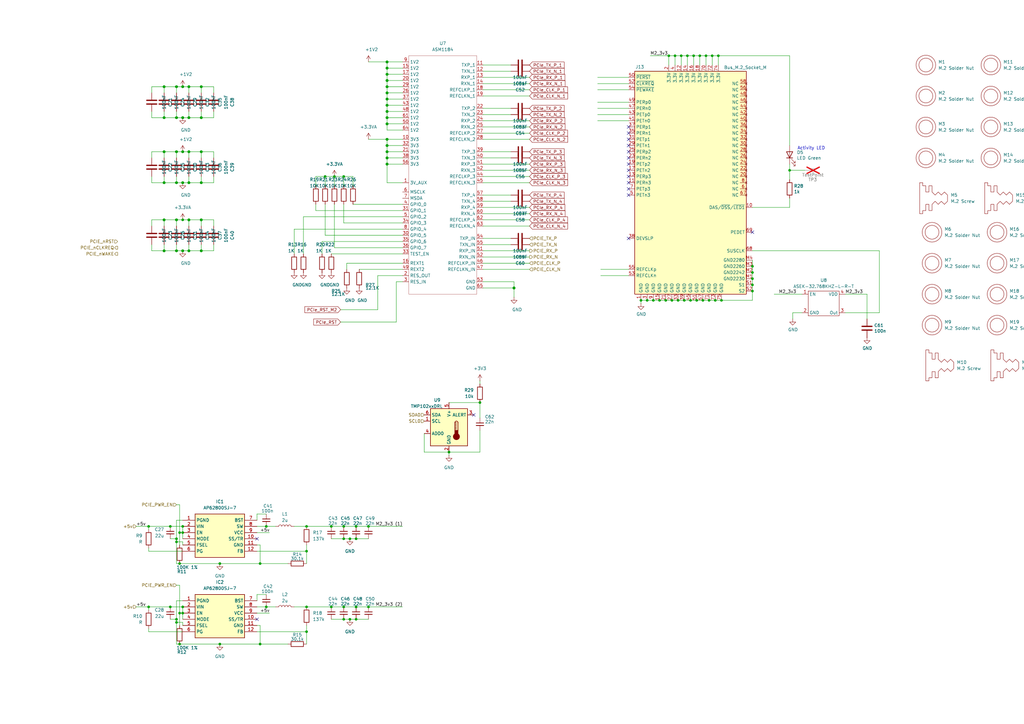
<source format=kicad_sch>
(kicad_sch (version 20250114) (generator "eeschema") (generator_version "9.0")
  (paper "A3")
  (text "Activity LED" (at 327.025 61.595 0) (effects (font (size 1.27 1.27)) (justify left bottom)))
  (junction (at 67.31 48.26) (diameter 1.016))
  (junction (at 82.55 62.23) (diameter 1.016))
  (junction (at 158.75 50.8) (diameter 1.016))
  (junction (at 279.4 22.86))
  (junction (at 196.85 165.1))
  (junction (at 308.61 114.3))
  (junction (at 283.21 123.19))
  (junction (at 158.75 43.18) (diameter 1.016))
  (junction (at 77.47 102.87) (diameter 1.016))
  (junction (at 72.39 62.23) (diameter 1.016))
  (junction (at 280.67 123.19))
  (junction (at 210.82 118.11) (diameter 1.016))
  (junction (at 143.51 220.98))
  (junction (at 289.56 22.86))
  (junction (at 292.1 22.86))
  (junction (at 308.61 109.22))
  (junction (at 323.85 69.85))
  (junction (at 294.64 22.86))
  (junction (at 158.75 25.4) (diameter 1.016))
  (junction (at 109.22 215.9))
  (junction (at 276.86 22.86))
  (junction (at 158.75 59.69) (diameter 1.016))
  (junction (at 74.93 62.23) (diameter 1.016))
  (junction (at 281.94 22.86))
  (junction (at 60.96 248.92))
  (junction (at 67.31 90.17) (diameter 1.016))
  (junction (at 140.97 248.92))
  (junction (at 77.47 74.93) (diameter 1.016))
  (junction (at 72.39 74.93) (diameter 1.016))
  (junction (at 146.05 215.9))
  (junction (at 77.47 35.56) (diameter 1.016))
  (junction (at 72.39 255.27))
  (junction (at 308.61 119.38))
  (junction (at 60.96 215.9))
  (junction (at 77.47 90.17) (diameter 1.016))
  (junction (at 73.66 264.16))
  (junction (at 125.73 215.9))
  (junction (at 308.61 111.76))
  (junction (at 151.13 248.92))
  (junction (at 74.93 215.9))
  (junction (at 82.55 90.17) (diameter 1.016))
  (junction (at 74.93 90.17))
  (junction (at 158.75 62.23) (diameter 1.016))
  (junction (at 69.85 248.92))
  (junction (at 72.39 48.26) (diameter 1.016))
  (junction (at 158.75 30.48) (diameter 1.016))
  (junction (at 67.31 35.56) (diameter 1.016))
  (junction (at 73.66 231.14))
  (junction (at 109.22 248.92))
  (junction (at 72.39 90.17) (diameter 1.016))
  (junction (at 140.97 215.9))
  (junction (at 274.32 22.86))
  (junction (at 146.05 254))
  (junction (at 151.13 215.9))
  (junction (at 158.75 64.77) (diameter 1.016))
  (junction (at 67.31 62.23) (diameter 1.016))
  (junction (at 135.89 215.9))
  (junction (at 158.75 45.72) (diameter 1.016))
  (junction (at 74.93 35.56) (diameter 1.016))
  (junction (at 72.39 35.56) (diameter 1.016))
  (junction (at 74.93 48.26) (diameter 1.016))
  (junction (at 284.48 22.86))
  (junction (at 125.73 226.06))
  (junction (at 146.05 248.92))
  (junction (at 82.55 102.87) (diameter 1.016))
  (junction (at 158.75 67.31) (diameter 1.016))
  (junction (at 288.29 123.19))
  (junction (at 267.97 123.19))
  (junction (at 90.17 264.16))
  (junction (at 90.17 231.14))
  (junction (at 158.75 27.94) (diameter 1.016))
  (junction (at 285.75 123.19))
  (junction (at 72.39 102.87) (diameter 1.016))
  (junction (at 133.35 72.39))
  (junction (at 140.97 72.39))
  (junction (at 72.39 222.25))
  (junction (at 125.73 259.08))
  (junction (at 73.66 251.46))
  (junction (at 293.37 123.19))
  (junction (at 295.91 123.19))
  (junction (at 106.68 264.16))
  (junction (at 74.93 74.93) (diameter 1.016))
  (junction (at 287.02 22.86))
  (junction (at 125.73 248.92))
  (junction (at 74.93 248.92))
  (junction (at 82.55 74.93) (diameter 1.016))
  (junction (at 270.51 123.19))
  (junction (at 67.31 74.93) (diameter 1.016))
  (junction (at 158.75 57.15) (diameter 1.016))
  (junction (at 158.75 33.02) (diameter 1.016))
  (junction (at 137.16 72.39))
  (junction (at 82.55 48.26) (diameter 1.016))
  (junction (at 77.47 62.23) (diameter 1.016))
  (junction (at 158.75 38.1) (diameter 1.016))
  (junction (at 140.97 220.98))
  (junction (at 106.68 231.14))
  (junction (at 140.97 254))
  (junction (at 308.61 116.84))
  (junction (at 69.85 215.9))
  (junction (at 275.59 123.19))
  (junction (at 158.75 40.64) (diameter 1.016))
  (junction (at 135.89 248.92))
  (junction (at 273.05 123.19))
  (junction (at 143.51 254))
  (junction (at 290.83 123.19))
  (junction (at 73.66 218.44))
  (junction (at 74.93 218.44))
  (junction (at 72.39 254))
  (junction (at 265.43 123.19))
  (junction (at 72.39 220.98))
  (junction (at 158.75 35.56) (diameter 1.016))
  (junction (at 262.89 123.19))
  (junction (at 77.47 48.26) (diameter 1.016))
  (junction (at 146.05 220.98))
  (junction (at 67.31 102.87) (diameter 1.016))
  (junction (at 82.55 35.56) (diameter 1.016))
  (junction (at 158.75 48.26) (diameter 1.016))
  (junction (at 74.93 251.46))
  (junction (at 74.93 102.87) (diameter 1.016))
  (junction (at 184.15 185.42))
  (junction (at 278.13 123.19))
  (no_connect (at 194.31 170.18))
  (no_connect (at 257.81 72.39))
  (no_connect (at 257.81 64.77))
  (no_connect (at 257.81 57.15))
  (no_connect (at 308.61 95.25))
  (no_connect (at 257.81 54.61))
  (no_connect (at 257.81 80.01))
  (no_connect (at 257.81 97.79))
  (no_connect (at 257.81 52.07))
  (no_connect (at 105.41 220.98))
  (no_connect (at 257.81 62.23))
  (no_connect (at 257.81 67.31))
  (no_connect (at 105.41 254))
  (no_connect (at 257.81 77.47))
  (no_connect (at 257.81 74.93))
  (no_connect (at 257.81 69.85))
  (no_connect (at 257.81 59.69))
  (wire (pts (xy 158.75 59.69) (xy 158.75 57.15)))
  (wire (pts (xy 140.97 215.9) (xy 146.05 215.9)))
  (wire (pts (xy 198.12 69.85) (xy 217.17 69.85)))
  (wire (pts (xy 154.94 113.03) (xy 154.94 127)))
  (wire (pts (xy 62.23 72.39) (xy 62.23 74.93)))
  (wire (pts (xy 67.31 102.87) (xy 72.39 102.87)))
  (wire (pts (xy 125.73 259.08) (xy 125.73 264.16)))
  (wire (pts (xy 133.35 96.52) (xy 133.35 83.82)))
  (wire (pts (xy 308.61 116.84) (xy 308.61 119.38)))
  (wire (pts (xy 87.63 102.87) (xy 87.63 100.33)))
  (wire (pts (xy 144.78 83.82) (xy 165.1 83.82)))
  (wire (pts (xy 135.89 254) (xy 140.97 254)))
  (wire (pts (xy 87.63 62.23) (xy 87.63 64.77)))
  (wire (pts (xy 140.97 254) (xy 143.51 254)))
  (wire (pts (xy 106.68 264.16) (xy 106.68 256.54)))
  (wire (pts (xy 82.55 35.56) (xy 82.55 38.1)))
  (wire (pts (xy 165.1 115.57) (xy 162.56 115.57)))
  (wire (pts (xy 165.1 96.52) (xy 133.35 96.52)))
  (wire (pts (xy 67.31 72.39) (xy 67.31 74.93)))
  (wire (pts (xy 62.23 64.77) (xy 62.23 62.23)))
  (wire (pts (xy 144.78 72.39) (xy 140.97 72.39)))
  (wire (pts (xy 165.1 101.6) (xy 137.16 101.6)))
  (wire (pts (xy 292.1 22.86) (xy 292.1 26.67)))
  (wire (pts (xy 60.96 259.08) (xy 74.93 259.08)))
  (wire (pts (xy 245.11 44.45) (xy 257.81 44.45)))
  (wire (pts (xy 62.23 100.33) (xy 62.23 102.87)))
  (wire (pts (xy 308.61 119.38) (xy 308.61 123.19)))
  (wire (pts (xy 262.89 123.19) (xy 262.89 124.46)))
  (wire (pts (xy 308.61 111.76) (xy 308.61 114.3)))
  (wire (pts (xy 196.85 171.45) (xy 196.85 165.1)))
  (wire (pts (xy 129.54 86.36) (xy 129.54 83.82)))
  (wire (pts (xy 276.86 22.86) (xy 276.86 26.67)))
  (wire (pts (xy 87.63 48.26) (xy 87.63 45.72)))
  (wire (pts (xy 105.41 259.08) (xy 125.73 259.08)))
  (wire (pts (xy 125.73 256.54) (xy 125.73 259.08)))
  (wire (pts (xy 74.93 218.44) (xy 74.93 220.98)))
  (wire (pts (xy 184.15 165.1) (xy 196.85 165.1)))
  (wire (pts (xy 74.93 213.36) (xy 72.39 213.36)))
  (wire (pts (xy 105.41 251.46) (xy 110.49 251.46)))
  (wire (pts (xy 158.75 67.31) (xy 165.1 67.31)))
  (wire (pts (xy 60.96 248.92) (xy 69.85 248.92)))
  (wire (pts (xy 77.47 74.93) (xy 82.55 74.93)))
  (wire (pts (xy 69.85 254) (xy 72.39 254)))
  (wire (pts (xy 135.89 220.98) (xy 140.97 220.98)))
  (wire (pts (xy 198.12 67.31) (xy 217.17 67.31)))
  (wire (pts (xy 146.05 220.98) (xy 151.13 220.98)))
  (wire (pts (xy 72.39 213.36) (xy 72.39 220.98)))
  (wire (pts (xy 360.68 128.27) (xy 346.71 128.27)))
  (wire (pts (xy 62.23 90.17) (xy 67.31 90.17)))
  (wire (pts (xy 125.73 223.52) (xy 125.73 226.06)))
  (wire (pts (xy 77.47 35.56) (xy 77.47 38.1)))
  (wire (pts (xy 294.64 22.86) (xy 294.64 26.67)))
  (wire (pts (xy 281.94 22.86) (xy 281.94 26.67)))
  (wire (pts (xy 198.12 39.37) (xy 217.17 39.37)))
  (wire (pts (xy 72.39 45.72) (xy 72.39 48.26)))
  (wire (pts (xy 158.75 40.64) (xy 165.1 40.64)))
  (wire (pts (xy 287.02 22.86) (xy 289.56 22.86)))
  (wire (pts (xy 210.82 115.57) (xy 210.82 118.11)))
  (wire (pts (xy 198.12 54.61) (xy 217.17 54.61)))
  (wire (pts (xy 82.55 102.87) (xy 87.63 102.87)))
  (wire (pts (xy 77.47 48.26) (xy 82.55 48.26)))
  (wire (pts (xy 355.6 120.65) (xy 346.71 120.65)))
  (wire (pts (xy 142.24 107.95) (xy 142.24 110.49)))
  (wire (pts (xy 67.31 100.33) (xy 67.31 102.87)))
  (wire (pts (xy 74.93 62.23) (xy 77.47 62.23)))
  (wire (pts (xy 62.23 102.87) (xy 67.31 102.87)))
  (wire (pts (xy 67.31 62.23) (xy 72.39 62.23)))
  (wire (pts (xy 257.81 41.91) (xy 245.11 41.91)))
  (wire (pts (xy 62.23 35.56) (xy 67.31 35.56)))
  (wire (pts (xy 55.88 248.92) (xy 60.96 248.92)))
  (wire (pts (xy 129.54 76.2) (xy 129.54 72.39)))
  (wire (pts (xy 158.75 57.15) (xy 151.13 57.15)))
  (wire (pts (xy 140.97 72.39) (xy 140.97 76.2)))
  (wire (pts (xy 246.38 113.03) (xy 257.81 113.03)))
  (wire (pts (xy 82.55 74.93) (xy 87.63 74.93)))
  (wire (pts (xy 294.64 22.86) (xy 323.85 22.86)))
  (wire (pts (xy 198.12 44.45) (xy 209.55 44.45)))
  (wire (pts (xy 72.39 255.27) (xy 72.39 264.16)))
  (wire (pts (xy 105.41 218.44) (xy 110.49 218.44)))
  (wire (pts (xy 281.94 22.86) (xy 284.48 22.86)))
  (wire (pts (xy 67.31 45.72) (xy 67.31 48.26)))
  (wire (pts (xy 140.97 220.98) (xy 143.51 220.98)))
  (wire (pts (xy 158.75 43.18) (xy 165.1 43.18)))
  (wire (pts (xy 77.47 90.17) (xy 77.47 92.71)))
  (wire (pts (xy 165.1 50.8) (xy 158.75 50.8)))
  (wire (pts (xy 262.89 123.19) (xy 265.43 123.19)))
  (wire (pts (xy 143.51 254) (xy 146.05 254)))
  (wire (pts (xy 105.41 248.92) (xy 109.22 248.92)))
  (wire (pts (xy 165.1 99.06) (xy 132.08 99.06)))
  (wire (pts (xy 158.75 64.77) (xy 158.75 62.23)))
  (wire (pts (xy 198.12 80.01) (xy 209.55 80.01)))
  (wire (pts (xy 143.51 220.98) (xy 146.05 220.98)))
  (wire (pts (xy 308.61 102.87) (xy 360.68 102.87)))
  (wire (pts (xy 72.39 35.56) (xy 74.93 35.56)))
  (wire (pts (xy 73.66 218.44) (xy 74.93 218.44)))
  (wire (pts (xy 72.39 72.39) (xy 72.39 74.93)))
  (wire (pts (xy 165.1 113.03) (xy 154.94 113.03)))
  (wire (pts (xy 77.47 62.23) (xy 82.55 62.23)))
  (wire (pts (xy 125.73 248.92) (xy 135.89 248.92)))
  (wire (pts (xy 308.61 106.68) (xy 308.61 109.22)))
  (wire (pts (xy 289.56 22.86) (xy 292.1 22.86)))
  (wire (pts (xy 290.83 123.19) (xy 288.29 123.19)))
  (wire (pts (xy 198.12 110.49) (xy 217.17 110.49)))
  (wire (pts (xy 198.12 102.87) (xy 217.17 102.87)))
  (wire (pts (xy 82.55 48.26) (xy 87.63 48.26)))
  (wire (pts (xy 73.66 231.14) (xy 90.17 231.14)))
  (wire (pts (xy 77.47 72.39) (xy 77.47 74.93)))
  (wire (pts (xy 158.75 38.1) (xy 158.75 35.56)))
  (wire (pts (xy 105.41 246.38) (xy 105.41 243.84)))
  (wire (pts (xy 198.12 97.79) (xy 209.55 97.79)))
  (wire (pts (xy 60.96 226.06) (xy 74.93 226.06)))
  (wire (pts (xy 308.61 114.3) (xy 308.61 116.84)))
  (wire (pts (xy 245.11 31.75) (xy 257.81 31.75)))
  (wire (pts (xy 158.75 30.48) (xy 165.1 30.48)))
  (wire (pts (xy 135.89 215.9) (xy 140.97 215.9)))
  (wire (pts (xy 165.1 86.36) (xy 129.54 86.36)))
  (wire (pts (xy 82.55 45.72) (xy 82.55 48.26)))
  (wire (pts (xy 325.12 130.81) (xy 325.12 128.27)))
  (wire (pts (xy 74.93 74.93) (xy 77.47 74.93)))
  (wire (pts (xy 198.12 62.23) (xy 209.55 62.23)))
  (wire (pts (xy 198.12 87.63) (xy 217.17 87.63)))
  (wire (pts (xy 198.12 34.29) (xy 217.17 34.29)))
  (wire (pts (xy 105.41 215.9) (xy 109.22 215.9)))
  (wire (pts (xy 82.55 72.39) (xy 82.55 74.93)))
  (wire (pts (xy 158.75 35.56) (xy 158.75 33.02)))
  (wire (pts (xy 288.29 123.19) (xy 285.75 123.19)))
  (wire (pts (xy 293.37 123.19) (xy 290.83 123.19)))
  (wire (pts (xy 198.12 100.33) (xy 209.55 100.33)))
  (wire (pts (xy 142.24 107.95) (xy 165.1 107.95)))
  (wire (pts (xy 55.88 215.9) (xy 60.96 215.9)))
  (wire (pts (xy 284.48 22.86) (xy 284.48 26.67)))
  (wire (pts (xy 196.85 176.53) (xy 196.85 185.42)))
  (wire (pts (xy 62.23 38.1) (xy 62.23 35.56)))
  (wire (pts (xy 135.89 248.92) (xy 140.97 248.92)))
  (wire (pts (xy 74.93 90.17) (xy 77.47 90.17)))
  (wire (pts (xy 308.61 85.09) (xy 323.85 85.09)))
  (wire (pts (xy 120.65 215.9) (xy 125.73 215.9)))
  (wire (pts (xy 67.31 62.23) (xy 67.31 64.77)))
  (wire (pts (xy 124.46 88.9) (xy 124.46 104.14)))
  (wire (pts (xy 60.96 215.9) (xy 69.85 215.9)))
  (wire (pts (xy 74.93 251.46) (xy 74.93 254)))
  (wire (pts (xy 158.75 64.77) (xy 165.1 64.77)))
  (wire (pts (xy 323.85 69.85) (xy 323.85 67.31)))
  (wire (pts (xy 62.23 74.93) (xy 67.31 74.93)))
  (wire (pts (xy 198.12 115.57) (xy 210.82 115.57)))
  (wire (pts (xy 74.93 248.92) (xy 74.93 251.46)))
  (wire (pts (xy 87.63 35.56) (xy 87.63 38.1)))
  (wire (pts (xy 165.1 53.34) (xy 158.75 53.34)))
  (wire (pts (xy 60.96 250.19) (xy 60.96 248.92)))
  (wire (pts (xy 210.82 118.11) (xy 210.82 121.92)))
  (wire (pts (xy 289.56 22.86) (xy 289.56 26.67)))
  (wire (pts (xy 196.85 156.21) (xy 196.85 157.48)))
  (wire (pts (xy 106.68 231.14) (xy 106.68 223.52)))
  (wire (pts (xy 62.23 62.23) (xy 67.31 62.23)))
  (wire (pts (xy 82.55 100.33) (xy 82.55 102.87)))
  (wire (pts (xy 274.32 22.86) (xy 274.32 26.67)))
  (wire (pts (xy 267.97 123.19) (xy 270.51 123.19)))
  (wire (pts (xy 90.17 231.14) (xy 106.68 231.14)))
  (wire (pts (xy 109.22 215.9) (xy 113.03 215.9)))
  (wire (pts (xy 82.55 90.17) (xy 87.63 90.17)))
  (wire (pts (xy 198.12 74.93) (xy 217.17 74.93)))
  (wire (pts (xy 73.66 251.46) (xy 74.93 251.46)))
  (wire (pts (xy 72.39 220.98) (xy 72.39 222.25)))
  (wire (pts (xy 158.75 48.26) (xy 158.75 45.72)))
  (wire (pts (xy 184.15 186.69) (xy 184.15 185.42)))
  (wire (pts (xy 198.12 118.11) (xy 210.82 118.11)))
  (wire (pts (xy 284.48 22.86) (xy 287.02 22.86)))
  (wire (pts (xy 137.16 72.39) (xy 137.16 76.2)))
  (wire (pts (xy 77.47 100.33) (xy 77.47 102.87)))
  (wire (pts (xy 77.47 62.23) (xy 77.47 64.77)))
  (wire (pts (xy 278.13 123.19) (xy 280.67 123.19)))
  (wire (pts (xy 158.75 33.02) (xy 158.75 30.48)))
  (wire (pts (xy 158.75 35.56) (xy 165.1 35.56)))
  (wire (pts (xy 67.31 48.26) (xy 72.39 48.26)))
  (wire (pts (xy 198.12 105.41) (xy 217.17 105.41)))
  (wire (pts (xy 140.97 91.44) (xy 140.97 83.82)))
  (wire (pts (xy 60.96 217.17) (xy 60.96 215.9)))
  (wire (pts (xy 140.97 72.39) (xy 137.16 72.39)))
  (wire (pts (xy 292.1 22.86) (xy 294.64 22.86)))
  (wire (pts (xy 74.93 48.26) (xy 77.47 48.26)))
  (wire (pts (xy 165.1 93.98) (xy 120.65 93.98)))
  (wire (pts (xy 245.11 34.29) (xy 257.81 34.29)))
  (wire (pts (xy 73.66 218.44) (xy 73.66 207.01)))
  (wire (pts (xy 82.55 90.17) (xy 82.55 92.71)))
  (wire (pts (xy 74.93 102.87) (xy 77.47 102.87)))
  (wire (pts (xy 82.55 62.23) (xy 87.63 62.23)))
  (wire (pts (xy 158.75 33.02) (xy 165.1 33.02)))
  (wire (pts (xy 274.32 22.86) (xy 276.86 22.86)))
  (wire (pts (xy 325.12 128.27) (xy 328.93 128.27)))
  (wire (pts (xy 158.75 40.64) (xy 158.75 38.1)))
  (wire (pts (xy 245.11 36.83) (xy 257.81 36.83)))
  (wire (pts (xy 72.39 254) (xy 72.39 255.27)))
  (wire (pts (xy 120.65 93.98) (xy 120.65 104.14)))
  (wire (pts (xy 72.39 100.33) (xy 72.39 102.87)))
  (wire (pts (xy 72.39 48.26) (xy 74.93 48.26)))
  (wire (pts (xy 106.68 223.52) (xy 105.41 223.52)))
  (wire (pts (xy 158.75 27.94) (xy 165.1 27.94)))
  (wire (pts (xy 158.75 45.72) (xy 158.75 43.18)))
  (wire (pts (xy 323.85 69.85) (xy 330.2 69.85)))
  (wire (pts (xy 106.68 264.16) (xy 118.11 264.16)))
  (wire (pts (xy 158.75 67.31) (xy 158.75 64.77)))
  (wire (pts (xy 173.99 185.42) (xy 184.15 185.42)))
  (wire (pts (xy 158.75 43.18) (xy 158.75 40.64)))
  (wire (pts (xy 151.13 25.4) (xy 158.75 25.4)))
  (wire (pts (xy 133.35 72.39) (xy 137.16 72.39)))
  (wire (pts (xy 90.17 264.16) (xy 106.68 264.16)))
  (wire (pts (xy 287.02 22.86) (xy 287.02 26.67)))
  (wire (pts (xy 165.1 88.9) (xy 124.46 88.9)))
  (wire (pts (xy 295.91 123.19) (xy 293.37 123.19)))
  (wire (pts (xy 133.35 72.39) (xy 133.35 76.2)))
  (wire (pts (xy 135.89 104.14) (xy 165.1 104.14)))
  (wire (pts (xy 77.47 45.72) (xy 77.47 48.26)))
  (wire (pts (xy 139.7 127) (xy 154.94 127)))
  (wire (pts (xy 106.68 256.54) (xy 105.41 256.54)))
  (wire (pts (xy 73.66 264.16) (xy 90.17 264.16)))
  (wire (pts (xy 74.93 35.56) (xy 77.47 35.56)))
  (wire (pts (xy 72.39 62.23) (xy 74.93 62.23)))
  (wire (pts (xy 323.85 85.09) (xy 323.85 81.28)))
  (wire (pts (xy 158.75 50.8) (xy 158.75 48.26)))
  (wire (pts (xy 273.05 123.19) (xy 275.59 123.19)))
  (wire (pts (xy 137.16 101.6) (xy 137.16 83.82)))
  (wire (pts (xy 158.75 62.23) (xy 165.1 62.23)))
  (wire (pts (xy 198.12 49.53) (xy 217.17 49.53)))
  (wire (pts (xy 158.75 57.15) (xy 165.1 57.15)))
  (wire (pts (xy 151.13 248.92) (xy 165.1 248.92)))
  (wire (pts (xy 69.85 215.9) (xy 74.93 215.9)))
  (wire (pts (xy 146.05 215.9) (xy 151.13 215.9)))
  (wire (pts (xy 173.99 177.8) (xy 173.99 185.42)))
  (wire (pts (xy 87.63 74.93) (xy 87.63 72.39)))
  (wire (pts (xy 74.93 223.52) (xy 74.93 222.25)))
  (wire (pts (xy 77.47 102.87) (xy 82.55 102.87)))
  (wire (pts (xy 308.61 109.22) (xy 308.61 111.76)))
  (wire (pts (xy 120.65 248.92) (xy 125.73 248.92)))
  (wire (pts (xy 198.12 26.67) (xy 209.55 26.67)))
  (wire (pts (xy 151.13 215.9) (xy 165.1 215.9)))
  (wire (pts (xy 129.54 72.39) (xy 133.35 72.39)))
  (wire (pts (xy 198.12 90.17) (xy 217.17 90.17)))
  (wire (pts (xy 308.61 123.19) (xy 295.91 123.19)))
  (wire (pts (xy 72.39 222.25) (xy 72.39 231.14)))
  (wire (pts (xy 74.93 215.9) (xy 74.93 218.44)))
  (wire (pts (xy 198.12 85.09) (xy 217.17 85.09)))
  (wire (pts (xy 267.97 123.19) (xy 265.43 123.19)))
  (wire (pts (xy 105.41 226.06) (xy 125.73 226.06)))
  (wire (pts (xy 72.39 74.93) (xy 74.93 74.93)))
  (wire (pts (xy 317.5 120.65) (xy 328.93 120.65)))
  (wire (pts (xy 198.12 107.95) (xy 217.17 107.95)))
  (wire (pts (xy 146.05 254) (xy 151.13 254)))
  (wire (pts (xy 72.39 264.16) (xy 73.66 264.16)))
  (wire (pts (xy 62.23 48.26) (xy 67.31 48.26)))
  (wire (pts (xy 109.22 248.92) (xy 113.03 248.92)))
  (wire (pts (xy 77.47 90.17) (xy 82.55 90.17)))
  (wire (pts (xy 74.93 256.54) (xy 74.93 255.27)))
  (wire (pts (xy 158.75 53.34) (xy 158.75 50.8)))
  (wire (pts (xy 72.39 222.25) (xy 74.93 222.25)))
  (wire (pts (xy 279.4 22.86) (xy 281.94 22.86)))
  (wire (pts (xy 198.12 36.83) (xy 217.17 36.83)))
  (wire (pts (xy 67.31 90.17) (xy 67.31 92.71)))
  (wire (pts (xy 77.47 35.56) (xy 82.55 35.56)))
  (wire (pts (xy 270.51 123.19) (xy 273.05 123.19)))
  (wire (pts (xy 73.66 223.52) (xy 73.66 218.44)))
  (wire (pts (xy 246.38 110.49) (xy 257.81 110.49)))
  (wire (pts (xy 140.97 248.92) (xy 146.05 248.92)))
  (wire (pts (xy 60.96 257.81) (xy 60.96 259.08)))
  (wire (pts (xy 72.39 102.87) (xy 74.93 102.87)))
  (wire (pts (xy 147.32 110.49) (xy 165.1 110.49)))
  (wire (pts (xy 72.39 240.03) (xy 73.66 240.03)))
  (wire (pts (xy 125.73 215.9) (xy 135.89 215.9)))
  (wire (pts (xy 74.93 246.38) (xy 72.39 246.38)))
  (wire (pts (xy 105.41 210.82) (xy 109.22 210.82)))
  (wire (pts (xy 198.12 29.21) (xy 209.55 29.21)))
  (wire (pts (xy 198.12 46.99) (xy 209.55 46.99)))
  (wire (pts (xy 158.75 59.69) (xy 165.1 59.69)))
  (wire (pts (xy 245.11 46.99) (xy 257.81 46.99)))
  (wire (pts (xy 245.11 49.53) (xy 257.81 49.53)))
  (wire (pts (xy 158.75 38.1) (xy 165.1 38.1)))
  (wire (pts (xy 198.12 82.55) (xy 209.55 82.55)))
  (wire (pts (xy 73.66 256.54) (xy 73.66 251.46)))
  (wire (pts (xy 87.63 90.17) (xy 87.63 92.71)))
  (wire (pts (xy 82.55 62.23) (xy 82.55 64.77)))
  (wire (pts (xy 165.1 74.93) (xy 158.75 74.93)))
  (wire (pts (xy 158.75 67.31) (xy 158.75 74.93)))
  (wire (pts (xy 132.08 99.06) (xy 132.08 104.14)))
  (wire (pts (xy 158.75 25.4) (xy 165.1 25.4)))
  (wire (pts (xy 72.39 231.14) (xy 73.66 231.14)))
  (wire (pts (xy 67.31 35.56) (xy 72.39 35.56)))
  (wire (pts (xy 360.68 102.87) (xy 360.68 128.27)))
  (wire (pts (xy 67.31 90.17) (xy 72.39 90.17)))
  (wire (pts (xy 285.75 123.19) (xy 283.21 123.19)))
  (wire (pts (xy 162.56 115.57) (xy 162.56 132.08)))
  (wire (pts (xy 139.7 132.08) (xy 162.56 132.08)))
  (wire (pts (xy 105.41 213.36) (xy 105.41 210.82)))
  (wire (pts (xy 72.39 90.17) (xy 74.93 90.17)))
  (wire (pts (xy 144.78 76.2) (xy 144.78 72.39)))
  (wire (pts (xy 355.6 130.81) (xy 355.6 120.65)))
  (wire (pts (xy 280.67 123.19) (xy 283.21 123.19)))
  (wire (pts (xy 62.23 92.71) (xy 62.23 90.17)))
  (wire (pts (xy 106.68 231.14) (xy 118.11 231.14)))
  (wire (pts (xy 198.12 57.15) (xy 217.17 57.15)))
  (wire (pts (xy 279.4 22.86) (xy 279.4 26.67)))
  (wire (pts (xy 323.85 69.85) (xy 323.85 73.66)))
  (wire (pts (xy 72.39 207.01) (xy 73.66 207.01)))
  (wire (pts (xy 72.39 62.23) (xy 72.39 64.77)))
  (wire (pts (xy 72.39 90.17) (xy 72.39 92.71)))
  (wire (pts (xy 125.73 226.06) (xy 125.73 231.14)))
  (wire (pts (xy 82.55 35.56) (xy 87.63 35.56)))
  (wire (pts (xy 196.85 185.42) (xy 184.15 185.42)))
  (wire (pts (xy 105.41 243.84) (xy 109.22 243.84)))
  (wire (pts (xy 276.86 22.86) (xy 279.4 22.86)))
  (wire (pts (xy 146.05 248.92) (xy 151.13 248.92)))
  (wire (pts (xy 72.39 35.56) (xy 72.39 38.1)))
  (wire (pts (xy 198.12 72.39) (xy 217.17 72.39)))
  (wire (pts (xy 278.13 123.19) (xy 275.59 123.19)))
  (wire (pts (xy 62.23 45.72) (xy 62.23 48.26)))
  (wire (pts (xy 158.75 48.26) (xy 165.1 48.26)))
  (wire (pts (xy 266.7 22.86) (xy 274.32 22.86)))
  (wire (pts (xy 198.12 31.75) (xy 217.17 31.75)))
  (wire (pts (xy 67.31 35.56) (xy 67.31 38.1)))
  (wire (pts (xy 323.85 22.86) (xy 323.85 59.69)))
  (wire (pts (xy 69.85 248.92) (xy 74.93 248.92)))
  (wire (pts (xy 198.12 64.77) (xy 209.55 64.77)))
  (wire (pts (xy 158.75 62.23) (xy 158.75 59.69)))
  (wire (pts (xy 165.1 91.44) (xy 140.97 91.44)))
  (wire (pts (xy 158.75 30.48) (xy 158.75 27.94)))
  (wire (pts (xy 198.12 52.07) (xy 217.17 52.07)))
  (wire (pts (xy 198.12 92.71) (xy 217.17 92.71)))
  (wire (pts (xy 72.39 246.38) (xy 72.39 254)))
  (wire (pts (xy 72.39 255.27) (xy 74.93 255.27)))
  (wire (pts (xy 67.31 74.93) (xy 72.39 74.93)))
  (wire (pts (xy 69.85 220.98) (xy 72.39 220.98)))
  (wire (pts (xy 73.66 251.46) (xy 73.66 240.03)))
  (wire (pts (xy 60.96 224.79) (xy 60.96 226.06)))
  (wire (pts (xy 158.75 27.94) (xy 158.75 25.4)))
  (wire (pts (xy 158.75 45.72) (xy 165.1 45.72)))
  (label "+5v" (at 55.88 248.92 0))
  (label "M2_3v3" (at 266.7 22.86 0))
  (label "M2_3v3" (at 319.405 120.65 0))
  (label "M2_3v3" (at 346.71 120.65 0))
  (label "+5v" (at 106.68 251.46 0))
  (label "+5v" (at 106.68 218.44 0))
  (label "M2_3v3 (1)" (at 165.1 215.9 180))
  (label "+5v" (at 55.88 215.9 0))
  (label "M2_3v3 (2)" (at 165.1 248.92 180))
  (global_label "PCIe_RST_M2" (shape input) (at 139.7 127 180) (property "Intersheetrefs" "${INTERSHEET_REFS}" (effects (hide yes))))
  (global_label "PCIe_TX_P_2" (shape input) (at 217.17 44.45 0) (property "Intersheetrefs" "${INTERSHEET_REFS}" (effects (hide yes))))
  (global_label "PCIe_TX_N_1" (shape input) (at 217.17 29.21 0) (property "Intersheetrefs" "${INTERSHEET_REFS}" (effects (hide yes))))
  (global_label "PCIe_CLK_N_1" (shape input) (at 217.17 39.37 0) (property "Intersheetrefs" "${INTERSHEET_REFS}" (effects (hide yes))))
  (global_label "PCIe_CLK_N_4" (shape input) (at 217.17 92.71 0) (property "Intersheetrefs" "${INTERSHEET_REFS}" (effects (hide yes))))
  (global_label "PCIe_RST" (shape input) (at 139.7 132.08 180) (property "Intersheetrefs" "${INTERSHEET_REFS}" (effects (hide yes))))
  (global_label "PCIe_CLK_P_3" (shape input) (at 217.17 72.39 0) (property "Intersheetrefs" "${INTERSHEET_REFS}" (effects (hide yes))))
  (global_label "PCIe_CLK_N_3" (shape input) (at 217.17 74.93 0) (property "Intersheetrefs" "${INTERSHEET_REFS}" (effects (hide yes))))
  (global_label "PCIe_CLK_P_4" (shape input) (at 217.17 90.17 0) (property "Intersheetrefs" "${INTERSHEET_REFS}" (effects (hide yes))))
  (global_label "PCIe_TX_P_4" (shape input) (at 217.17 80.01 0) (property "Intersheetrefs" "${INTERSHEET_REFS}" (effects (hide yes))))
  (global_label "PCIe_CLK_N_2" (shape input) (at 217.17 57.15 0) (property "Intersheetrefs" "${INTERSHEET_REFS}" (effects (hide yes))))
  (global_label "PCIe_RX_P_4" (shape input) (at 217.17 85.09 0) (property "Intersheetrefs" "${INTERSHEET_REFS}" (effects (hide yes))))
  (global_label "PCIe_RX_N_3" (shape input) (at 217.17 69.85 0) (property "Intersheetrefs" "${INTERSHEET_REFS}" (effects (hide yes))))
  (global_label "PCIe_TX_N_4" (shape input) (at 217.17 82.55 0) (property "Intersheetrefs" "${INTERSHEET_REFS}" (effects (hide yes))))
  (global_label "PCIe_TX_P_1" (shape input) (at 217.17 26.67 0) (property "Intersheetrefs" "${INTERSHEET_REFS}" (effects (hide yes))))
  (global_label "PCIe_TX_P_3" (shape input) (at 217.17 62.23 0) (property "Intersheetrefs" "${INTERSHEET_REFS}" (effects (hide yes))))
  (global_label "PCIe_RX_P_1" (shape input) (at 217.17 31.75 0) (property "Intersheetrefs" "${INTERSHEET_REFS}" (effects (hide yes))))
  (global_label "PCIe_RX_N_2" (shape input) (at 217.17 52.07 0) (property "Intersheetrefs" "${INTERSHEET_REFS}" (effects (hide yes))))
  (global_label "PCIe_TX_N_2" (shape input) (at 217.17 46.99 0) (property "Intersheetrefs" "${INTERSHEET_REFS}" (effects (hide yes))))
  (global_label "PCIe_CLK_P_1" (shape input) (at 217.17 36.83 0) (property "Intersheetrefs" "${INTERSHEET_REFS}" (effects (hide yes))))
  (global_label "PCIe_TX_N_3" (shape input) (at 217.17 64.77 0) (property "Intersheetrefs" "${INTERSHEET_REFS}" (effects (hide yes))))
  (global_label "PCIe_CLK_P_2" (shape input) (at 217.17 54.61 0) (property "Intersheetrefs" "${INTERSHEET_REFS}" (effects (hide yes))))
  (global_label "PCIe_RX_N_1" (shape input) (at 217.17 34.29 0) (property "Intersheetrefs" "${INTERSHEET_REFS}" (effects (hide yes))))
  (global_label "PCIe_RX_N_4" (shape input) (at 217.17 87.63 0) (property "Intersheetrefs" "${INTERSHEET_REFS}" (effects (hide yes))))
  (global_label "PCIe_RX_P_3" (shape input) (at 217.17 67.31 0) (property "Intersheetrefs" "${INTERSHEET_REFS}" (effects (hide yes))))
  (global_label "PCIe_RX_P_2" (shape input) (at 217.17 49.53 0) (property "Intersheetrefs" "${INTERSHEET_REFS}" (effects (hide yes))))
  (hierarchical_label "PCIE_CLK_P" (shape input) (at 217.17 107.95 0))
  (hierarchical_label "SDA0" (shape input) (at 173.99 170.18 180))
  (hierarchical_label "SCL0" (shape input) (at 173.99 172.72 180))
  (hierarchical_label "PCIE_RX_N" (shape output) (at 217.17 105.41 0))
  (hierarchical_label "PCIE_nRST" (shape input) (at 48.26 99.06 180))
  (hierarchical_label "PCIE_nWAKE" (shape output) (at 48.26 104.14 180))
  (hierarchical_label "PCIE_nCLKREQ" (shape output) (at 48.26 101.6 180))
  (hierarchical_label "PCIE_PWR_EN" (shape input) (at 72.39 240.03 180))
  (hierarchical_label "PCIE_PWR_EN" (shape input) (at 72.39 207.01 180))
  (hierarchical_label "PCIE_TX_P" (shape input) (at 217.17 97.79 0))
  (hierarchical_label "+5v" (shape input) (at 55.88 248.92 180))
  (hierarchical_label "PCIE_TX_N" (shape input) (at 217.17 100.33 0))
  (hierarchical_label "+5v" (shape input) (at 55.88 215.9 180))
  (hierarchical_label "PCIE_RX_P" (shape output) (at 217.17 102.87 0))
  (hierarchical_label "PCIE_CLK_N" (shape input) (at 217.17 110.49 0))
  (symbol (lib_id "Device:R") (at 142.24 114.3 0) (unit 1)
    (property "Reference" "R25" (at 135.89 119.38 0) (effects (justify left)))
    (property "Value" "12.1K" (at 135.89 120.65 0) (effects (justify left)))
    (property "Footprint" "Resistor_SMD:R_0402_1005Metric" (effects (hide yes)))
  )
  (symbol (lib_id "Device:C") (at 213.36 82.55 270) (unit 1)
    (property "Reference" "C58" (at 213.36 90.17 90))
    (property "Value" "100nF" (at 213.36 87.63 90))
    (property "Footprint" "Capacitor_SMD:C_0402_1005Metric" (effects (hide yes)))
  )
  (symbol (lib_id "Device:R") (at 129.54 80.01 0) (unit 1)
    (property "Reference" "R19" (at 127 73.66 0) (effects (justify left)))
    (property "Value" "10K" (at 127 76.2 0) (effects (justify left)))
    (property "Footprint" "Resistor_SMD:R_0402_1005Metric" (effects (hide yes)))
  )
  (symbol (lib_id "Device:R") (at 147.32 114.3 0) (unit 1)
    (property "Reference" "R27" (at 149.86 116.84 0) (effects (justify left)))
    (property "Value" "12.1K" (at 149.86 118.11 0) (effects (justify left)))
    (property "Footprint" "Resistor_SMD:R_0402_1005Metric" (effects (hide yes)))
  )
  (symbol (lib_id "power:GND") (at 74.93 74.93 0) (unit 1)
    (property "Reference" "#PWR032" (effects (hide yes)))
    (property "Value" "GND" (at 76.2 80.01 0))
  )
  (symbol (lib_id "Device:R") (at 137.16 80.01 0) (unit 1)
    (property "Reference" "R23" (at 134.62 73.66 0) (effects (justify left)))
    (property "Value" "10K" (at 134.62 76.2 0) (effects (justify left)))
    (property "Footprint" "Resistor_SMD:R_0402_1005Metric" (effects (hide yes)))
  )
  (symbol (lib_id "power:GND") (at 147.32 118.11 0) (unit 1)
    (property "Reference" "#PWR045" (effects (hide yes)))
    (property "Value" "GND" (at 148.59 123.19 0))
  )
  (symbol (lib_id "Connector:TestPoint") (at 330.2 69.85 270) (unit 1) (in_bom no) (dnp yes)
    (property "Reference" "TP3" (at 331.47 73.66 90) (effects (justify left)))
    (property "Value" "TestPoint" (at 328.93 71.755 90) (effects (justify left)))
    (property "Footprint" "TestPoint:TestPoint_Pad_2.0x2.0mm" (effects (hide yes)))
    (property "Field4" "nf" (effects (hide yes)))
    (property "Field5" "nf" (effects (hide yes)))
    (property "Field6" "nf" (effects (hide yes)))
    (property "Field7" "nf" (effects (hide yes)))
    (property "Part Description" "Test point" (effects (hide yes)))
  )
  (symbol (lib_id "CM5IO:Bus_M.2_Socket_M") (at 283.21 74.93 0) (unit 1)
    (property "Reference" "J13" (at 260.604 27.432 0) (effects (justify left)))
    (property "Value" "Bus_M.2_Socket_M" (at 296.926 27.686 0) (effects (justify left)))
    (property "Footprint" "CM5IO:M.2 M Key socket" (effects (hide yes)))
    (property "Description" "M.2 Socket 3 Mechanical Key M" (effects (hide yes)))
    (property "Field5" "MTSSD03-67MSW337" (effects (hide yes)))
    (property "Field6" "MTSSD03-67MSW337" (effects (hide yes)))
    (property "Field7" "MTCONN" (effects (hide yes)))
    (property "Part Description" "M.2 M Key connector" (effects (hide yes)))
  )
  (symbol (lib_id "Device:C_Small") (at 135.89 218.44 0) (unit 1)
    (property "Reference" "C43" (at 134.62 212.598 0) (effects (justify left)))
    (property "Value" "22n" (at 134.62 214.63 0) (effects (justify left)))
    (property "Description" "Unpolarized capacitor, small symbol" (effects (hide yes)))
  )
  (symbol (lib_id "Device:R") (at 73.66 227.33 0) (unit 1)
    (property "Reference" "R11" (at 72.644 234.442 0) (effects (justify left)))
    (property "Value" "100K 1%" (at 72.39 232.664 0) (effects (justify left)))
    (property "Footprint" "Resistor_SMD:R_0402_1005Metric" (effects (hide yes)))
    (property "Datasheet" "https://fscdn.rohm.com/en/products/databook/datasheet/passive/resistor/chip_resistor/mcr-e.pdf" (effects (hide yes)))
    (property "Field4" "Farnell" (effects (hide yes)))
    (property "Field6" "MCR01MZPF1003" (effects (hide yes)))
    (property "Field7" "Rohm" (effects (hide yes)))
    (property "Part Description" "Resistor 100K M1005 1% 63mW" (effects (hide yes)))
  )
  (symbol (lib_id "Device:C") (at 87.63 41.91 0) (unit 1)
    (property "Reference" "C38" (at 95.25 41.91 90))
    (property "Value" "100nF" (at 92.71 41.91 90))
    (property "Footprint" "Capacitor_SMD:C_0402_1005Metric" (effects (hide yes)))
  )
  (symbol (lib_id "CM5IO:M.2_Screw") (at 382.27 81.28 0) (unit 1) (on_board no)
    (property "Reference" "M5" (at 389.89 80.0099 0) (effects (justify left)))
    (property "Value" "M.2 Screw" (at 389.89 82.5499 0) (effects (justify left)))
    (property "Part Description" "M.2 Screw" (effects (hide yes)))
  )
  (symbol (lib_id "power:GND") (at 132.08 111.76 0) (unit 1)
    (property "Reference" "#PWR039" (effects (hide yes)))
    (property "Value" "GND" (at 133.35 116.84 0))
  )
  (symbol (lib_id "ASM1184:ASM1184") (at 180.34 69.85 0) (unit 1)
    (property "Reference" "U7" (at 181.61 17.78 0))
    (property "Value" "ASM1184" (at 181.61 20.32 0))
    (property "Footprint" "Package_DFN_QFN:QFN-64-1EP_9x9mm_P0.5mm_EP5.2x5.2mm" (effects (hide yes)))
  )
  (symbol (lib_id "Device:C") (at 62.23 68.58 0) (unit 1)
    (property "Reference" "C22" (at 69.85 68.58 90))
    (property "Value" "100nF" (at 67.31 68.58 90))
    (property "Footprint" "Capacitor_SMD:C_0402_1005Metric" (effects (hide yes)))
  )
  (symbol (lib_id "power:GND") (at 262.89 124.46 0) (unit 1)
    (property "Reference" "#PWR049" (effects (hide yes)))
    (property "Value" "GND" (at 263.017 128.8542 0))
    (property "Description" "Power symbol creates a global label with name \"GND\" , ground" (effects (hide yes)))
  )
  (symbol (lib_id "Device:R") (at 144.78 80.01 0) (unit 1)
    (property "Reference" "R26" (at 142.24 73.66 0) (effects (justify left)))
    (property "Value" "10K" (at 142.24 76.2 0) (effects (justify left)))
    (property "Footprint" "Resistor_SMD:R_0402_1005Metric" (effects (hide yes)))
  )
  (symbol (lib_id "Device:C") (at 213.36 62.23 270) (unit 1)
    (property "Reference" "C55" (at 213.36 69.85 90))
    (property "Value" "100nF" (at 213.36 67.31 90))
    (property "Footprint" "Capacitor_SMD:C_0402_1005Metric" (effects (hide yes)))
  )
  (symbol (lib_id "power:+1V2") (at 74.93 35.56 0) (unit 1)
    (property "Reference" "#PWR029" (effects (hide yes)))
    (property "Value" "+1V2" (at 76.2 30.48 0))
  )
  (symbol (lib_id "Device:R") (at 125.73 252.73 0) (unit 1)
    (property "Reference" "R18" (at 128.27 251.4599 0) (effects (justify left)))
    (property "Value" "137k" (at 128.27 253.9999 0) (effects (justify left)))
    (property "Description" "Resistor" (effects (hide yes)))
  )
  (symbol (lib_id "power:+3.3VA") (at 137.16 72.39 0) (unit 1)
    (property "Reference" "#PWR041" (effects (hide yes)))
    (property "Value" "+3.3VA" (at 137.16 67.31 0))
  )
  (symbol (lib_id "Device:C") (at 87.63 96.52 0) (unit 1)
    (property "Reference" "C40" (at 95.25 96.52 90))
    (property "Value" "100nF" (at 92.71 96.52 90))
    (property "Footprint" "Capacitor_SMD:C_0402_1005Metric" (effects (hide yes)))
  )
  (symbol (lib_id "Device:R") (at 120.65 107.95 0) (unit 1)
    (property "Reference" "R13" (at 118.11 100.33 0) (effects (justify left)))
    (property "Value" "1K" (at 118.11 102.87 0) (effects (justify left)))
    (property "Footprint" "Resistor_SMD:R_0402_1005Metric" (effects (hide yes)))
  )
  (symbol (lib_id "Device:C") (at 82.55 68.58 0) (unit 1)
    (property "Reference" "C36" (at 90.17 68.58 90))
    (property "Value" "100nF" (at 87.63 68.58 90))
    (property "Footprint" "Capacitor_SMD:C_0402_1005Metric" (effects (hide yes)))
  )
  (symbol (lib_id "Device:C") (at 77.47 96.52 0) (unit 1)
    (property "Reference" "C34" (at 85.09 96.52 90))
    (property "Value" "100nF" (at 82.55 96.52 90))
    (property "Footprint" "Capacitor_SMD:C_0402_1005Metric" (effects (hide yes)))
  )
  (symbol (lib_id "Device:R") (at 323.85 77.47 0) (unit 1)
    (property "Reference" "R28" (at 325.628 76.3016 0) (effects (justify left)))
    (property "Value" "1k" (at 325.628 78.613 0) (effects (justify left)))
    (property "Footprint" "Resistor_SMD:R_0402_1005Metric" (effects (hide yes)))
    (property "Datasheet" "https://fscdn.rohm.com/en/products/databook/datasheet/passive/resistor/chip_resistor/mcr-e.pdf" (effects (hide yes)))
    (property "Field4" "Farnell" (effects (hide yes)))
    (property "Field5" "9239235" (effects (hide yes)))
    (property "Field7" "KOA EUROPE GMBH" (effects (hide yes)))
    (property "Field6" "RK73H1ETTP1001F" (effects (hide yes)))
    (property "Part Description" "Resistor 1K M1005 1% 63mW" (effects (hide yes)))
    (property "Field8" "125049511" (effects (hide yes)))
  )
  (symbol (lib_id "Device:R") (at 140.97 80.01 0) (unit 1)
    (property "Reference" "R24" (at 138.43 73.66 0) (effects (justify left)))
    (property "Value" "10K" (at 138.43 76.2 0) (effects (justify left)))
    (property "Footprint" "Resistor_SMD:R_0402_1005Metric" (effects (hide yes)))
  )
  (symbol (lib_id "CM5IO:SolderNut") (at 382.27 120.65 0) (unit 1) (exclude_from_sim yes) (on_board no)
    (property "Reference" "M8" (at 387.35 119.3799 0) (effects (justify left)))
    (property "Value" "M.2 Solder Nut" (at 387.35 121.9199 0) (effects (justify left)))
    (property "Part Description" "Solder nut for M.2 slot" (effects (hide yes)))
  )
  (symbol (lib_id "Device:C_Small") (at 146.05 218.44 0) (unit 1)
    (property "Reference" "C47" (at 144.78 212.598 0) (effects (justify left)))
    (property "Value" "22n" (at 144.78 214.63 0) (effects (justify left)))
    (property "Description" "Unpolarized capacitor, small symbol" (effects (hide yes)))
  )
  (symbol (lib_id "AP62800SJ-7:AP62800SJ-7") (at 74.93 213.36 0) (unit 1)
    (property "Reference" "IC1" (at 90.17 205.74 0))
    (property "Value" "AP62800SJ-7" (at 90.17 208.28 0))
    (property "Footprint" "AP62800SJ7" (effects (hide yes)))
    (property "Datasheet" "https://www.diodes.com//assets/Datasheets/AP62800.pdf" (effects (hide yes)))
    (property "Description" "Switching Voltage Regulators DCDC Conv HV Buck V-QFN2030-12 T&R 3K" (effects (hide yes)))
    (property "Height" "0.85" (effects (hide yes)))
    (property "Manufacturer_Name" "Diodes Incorporated" (effects (hide yes)))
    (property "Manufacturer_Part_Number" "AP62800SJ-7" (effects (hide yes)))
  )
  (symbol (lib_id "power:+3.3VA") (at 74.93 90.17 0) (unit 1)
    (property "Reference" "#PWR033" (effects (hide yes)))
    (property "Value" "+3.3VA" (at 74.93 85.09 0))
  )
  (symbol (lib_id "Device:C") (at 72.39 41.91 0) (unit 1)
    (property "Reference" "C29" (at 80.01 41.91 90))
    (property "Value" "100nF" (at 77.47 41.91 90))
    (property "Footprint" "Capacitor_SMD:C_0402_1005Metric" (effects (hide yes)))
  )
  (symbol (lib_id "Device:C") (at 355.6 134.62 0) (unit 1)
    (property "Reference" "C61" (at 358.521 133.4516 0) (effects (justify left)))
    (property "Value" "100n" (at 358.521 135.763 0) (effects (justify left)))
    (property "Footprint" "Capacitor_SMD:C_0402_1005Metric" (effects (hide yes)))
    (property "Datasheet" "https://search.murata.co.jp/Ceramy/image/img/A01X/G101/ENG/GRM155R71C104KA88-01.pdf" (effects (hide yes)))
    (property "Field4" "Farnell" (effects (hide yes)))
    (property "Field5" "2611911" (effects (hide yes)))
    (property "Field6" "RM EMK105 B7104KV-F" (effects (hide yes)))
    (property "Field7" "TAIYO YUDEN EUROPE GMBH" (effects (hide yes)))
    (property "Field8" "110091611" (effects (hide yes)))
    (property "Part Description" "	0.1uF 10% 16V Ceramic Capacitor X7R 0402 (1005 Metric)" (effects (hide yes)))
  )
  (symbol (lib_id "Device:R") (at 125.73 219.71 0) (unit 1)
    (property "Reference" "R17" (at 128.27 218.4399 0) (effects (justify left)))
    (property "Value" "137k" (at 128.27 220.9799 0) (effects (justify left)))
    (property "Description" "Resistor" (effects (hide yes)))
  )
  (symbol (lib_id "power:GND") (at 120.65 111.76 0) (unit 1)
    (property "Reference" "#PWR037" (effects (hide yes)))
    (property "Value" "GND" (at 121.92 116.84 0))
  )
  (symbol (lib_id "power:+1V2") (at 74.93 62.23 0) (unit 1)
    (property "Reference" "#PWR031" (effects (hide yes)))
    (property "Value" "+1V2" (at 76.2 57.15 0))
  )
  (symbol (lib_id "Device:C") (at 213.36 29.21 270) (unit 1)
    (property "Reference" "C52" (at 213.36 36.83 90))
    (property "Value" "100nF" (at 213.36 34.29 90))
    (property "Footprint" "Capacitor_SMD:C_0402_1005Metric" (effects (hide yes)))
  )
  (symbol (lib_id "CM5IO:SolderNut") (at 406.4 52.07 0) (unit 1) (exclude_from_sim yes) (on_board no)
    (property "Reference" "M13" (at 411.48 50.7999 0) (effects (justify left)))
    (property "Value" "M.2 Solder Nut" (at 411.48 53.3399 0) (effects (justify left)))
    (property "Part Description" "Solder nut for M.2 slot" (effects (hide yes)))
  )
  (symbol (lib_id "power:GND") (at 90.17 264.16 0) (unit 1)
    (property "Reference" "#PWR036" (effects (hide yes)))
    (property "Value" "GND" (at 90.17 269.24 0))
    (property "Description" "Power symbol creates a global label with name \"GND\" , ground" (effects (hide yes)))
  )
  (symbol (lib_id "Device:C") (at 213.36 100.33 270) (unit 1)
    (property "Reference" "C60" (at 213.36 107.95 90))
    (property "Value" "100nF" (at 213.36 105.41 90))
    (property "Footprint" "Capacitor_SMD:C_0402_1005Metric" (effects (hide yes)))
  )
  (symbol (lib_id "CM5IO:M.2_Screw") (at 411.48 149.86 0) (unit 1) (on_board no)
    (property "Reference" "M20" (at 419.1 148.5899 0) (effects (justify left)))
    (property "Value" "M.2 Screw" (at 419.1 151.1299 0) (effects (justify left)))
    (property "Part Description" "M.2 Screw" (effects (hide yes)))
  )
  (symbol (lib_id "Device:R") (at 73.66 260.35 0) (unit 1)
    (property "Reference" "R12" (at 72.644 267.462 0) (effects (justify left)))
    (property "Value" "100K 1%" (at 72.39 265.684 0) (effects (justify left)))
    (property "Footprint" "Resistor_SMD:R_0402_1005Metric" (effects (hide yes)))
    (property "Datasheet" "https://fscdn.rohm.com/en/products/databook/datasheet/passive/resistor/chip_resistor/mcr-e.pdf" (effects (hide yes)))
    (property "Field4" "Farnell" (effects (hide yes)))
    (property "Field6" "MCR01MZPF1003" (effects (hide yes)))
    (property "Field7" "Rohm" (effects (hide yes)))
    (property "Part Description" "Resistor 100K M1005 1% 63mW" (effects (hide yes)))
  )
  (symbol (lib_id "CM5IO:ASEK-32.768KHZ-L-R-T") (at 337.82 124.46 0) (unit 1)
    (property "Reference" "U8" (at 337.82 114.935 0))
    (property "Value" "ASEK-32.768KHZ-L-R-T" (at 337.82 117.475 0))
    (property "Footprint" "Crystal:Crystal_SMD_3225-4Pin_3.2x2.5mm" (effects (hide yes)))
    (property "Datasheet" "https://abracon.com/Oscillators/ASEK.pdf" (effects (hide yes)))
    (property "Field5" "ASEK-32.768KHZ-L-R-T" (effects (hide yes)))
    (property "Field6" "ASEK-32.768KHZ-L-R-T" (effects (hide yes)))
    (property "Field7" "abracon" (effects (hide yes)))
    (property "Part Description" "32KHz Xtal oscilator" (effects (hide yes)))
  )
  (symbol (lib_id "Device:C_Small") (at 69.85 251.46 0) (unit 1)
    (property "Reference" "C28" (at 67.31 250.1962 0) (effects (justify right)))
    (property "Value" "22u" (at 67.31 252.7362 0) (effects (justify right)))
    (property "Description" "Unpolarized capacitor, small symbol" (effects (hide yes)))
  )
  (symbol (lib_id "Device:R") (at 60.96 254 0) (mirror y) (unit 1)
    (property "Reference" "R10" (at 58.42 252.7299 0) (effects (justify left)))
    (property "Value" "R" (at 58.42 255.2699 0) (effects (justify left)))
    (property "Description" "Resistor" (effects (hide yes)))
  )
  (symbol (lib_id "power:GND") (at 74.93 102.87 0) (unit 1)
    (property "Reference" "#PWR034" (effects (hide yes)))
    (property "Value" "GND" (at 76.2 107.95 0))
  )
  (symbol (lib_id "Device:C") (at 77.47 68.58 0) (unit 1)
    (property "Reference" "C33" (at 85.09 68.58 90))
    (property "Value" "100nF" (at 82.55 68.58 90))
    (property "Footprint" "Capacitor_SMD:C_0402_1005Metric" (effects (hide yes)))
  )
  (symbol (lib_id "Device:R") (at 121.92 264.16 90) (unit 1)
    (property "Reference" "R15" (at 121.92 260.35 90))
    (property "Value" "30.1k" (at 121.92 262.128 90))
    (property "Description" "Resistor" (effects (hide yes)))
  )
  (symbol (lib_id "Device:C") (at 62.23 96.52 0) (unit 1)
    (property "Reference" "C23" (at 69.85 96.52 90))
    (property "Value" "100nF" (at 67.31 96.52 90))
    (property "Footprint" "Capacitor_SMD:C_0402_1005Metric" (effects (hide yes)))
  )
  (symbol (lib_id "Device:R") (at 196.85 161.29 0) (mirror y) (unit 1)
    (property "Reference" "R29" (at 194.31 160.0199 0) (effects (justify left)))
    (property "Value" "10k" (at 194.31 162.5599 0) (effects (justify left)))
    (property "Description" "Resistor" (effects (hide yes)))
  )
  (symbol (lib_id "power:GND") (at 135.89 111.76 0) (unit 1)
    (property "Reference" "#PWR040" (effects (hide yes)))
    (property "Value" "GND" (at 137.16 116.84 0))
  )
  (symbol (lib_id "CM5IO:SolderNut") (at 408.94 133.35 0) (unit 1) (exclude_from_sim yes) (on_board no)
    (property "Reference" "M19" (at 414.02 132.0799 0) (effects (justify left)))
    (property "Value" "M.2 Solder Nut" (at 414.02 134.6199 0) (effects (justify left)))
    (property "Part Description" "Solder nut for M.2 slot" (effects (hide yes)))
  )
  (symbol (lib_id "CM5IO:SolderNut") (at 379.73 64.77 0) (unit 1) (exclude_from_sim yes) (on_board no)
    (property "Reference" "M4" (at 384.81 63.4999 0) (effects (justify left)))
    (property "Value" "M.2 Solder Nut" (at 384.81 66.0399 0) (effects (justify left)))
    (property "Part Description" "Solder nut for M.2 slot" (effects (hide yes)))
  )
  (symbol (lib_id "CM5IO:SolderNut") (at 406.4 26.67 0) (unit 1) (exclude_from_sim yes) (on_board no)
    (property "Reference" "M11" (at 411.48 25.3999 0) (effects (justify left)))
    (property "Value" "M.2 Solder Nut" (at 411.48 27.9399 0) (effects (justify left)))
    (property "Part Description" "Solder nut for M.2 slot" (effects (hide yes)))
  )
  (symbol (lib_id "Device:L") (at 116.84 248.92 90) (unit 1)
    (property "Reference" "L2" (at 116.84 243.84 90))
    (property "Value" "2u" (at 116.84 246.38 90))
    (property "Description" "Inductor" (effects (hide yes)))
  )
  (symbol (lib_id "CM5IO:SolderNut") (at 408.94 107.95 0) (unit 1) (exclude_from_sim yes) (on_board no)
    (property "Reference" "M17" (at 414.02 106.6799 0) (effects (justify left)))
    (property "Value" "M.2 Solder Nut" (at 414.02 109.2199 0) (effects (justify left)))
    (property "Part Description" "Solder nut for M.2 slot" (effects (hide yes)))
  )
  (symbol (lib_id "power:+3V3") (at 196.85 156.21 0) (unit 1)
    (property "Reference" "#PWR053" (effects (hide yes)))
    (property "Value" "+3V3" (at 196.85 151.13 0))
    (property "Description" "Power symbol creates a global label with name \"+3V3\"" (effects (hide yes)))
  )
  (symbol (lib_id "AP62800SJ-7:AP62800SJ-7") (at 74.93 246.38 0) (unit 1)
    (property "Reference" "IC2" (at 90.17 238.76 0))
    (property "Value" "AP62800SJ-7" (at 90.17 241.3 0))
    (property "Footprint" "AP62800SJ7" (effects (hide yes)))
    (property "Datasheet" "https://www.diodes.com//assets/Datasheets/AP62800.pdf" (effects (hide yes)))
    (property "Description" "Switching Voltage Regulators DCDC Conv HV Buck V-QFN2030-12 T&R 3K" (effects (hide yes)))
    (property "Height" "0.85" (effects (hide yes)))
    (property "Manufacturer_Name" "Diodes Incorporated" (effects (hide yes)))
    (property "Manufacturer_Part_Number" "AP62800SJ-7" (effects (hide yes)))
  )
  (symbol (lib_id "Device:C_Small") (at 109.22 213.36 0) (unit 1)
    (property "Reference" "C41" (at 107.95 207.518 0) (effects (justify left)))
    (property "Value" "100n" (at 107.188 209.55 0) (effects (justify left)))
    (property "Description" "Unpolarized capacitor, small symbol" (effects (hide yes)))
  )
  (symbol (lib_id "Device:C") (at 213.36 44.45 270) (unit 1)
    (property "Reference" "C53" (at 213.36 52.07 90))
    (property "Value" "100nF" (at 213.36 49.53 90))
    (property "Footprint" "Capacitor_SMD:C_0402_1005Metric" (effects (hide yes)))
  )
  (symbol (lib_id "Device:C_Small") (at 69.85 218.44 0) (unit 1)
    (property "Reference" "C27" (at 67.31 217.1762 0) (effects (justify right)))
    (property "Value" "22u" (at 67.31 219.7162 0) (effects (justify right)))
    (property "Description" "Unpolarized capacitor, small symbol" (effects (hide yes)))
  )
  (symbol (lib_id "Device:R") (at 124.46 107.95 0) (unit 1)
    (property "Reference" "R16" (at 121.92 100.33 0) (effects (justify left)))
    (property "Value" "1K" (at 121.92 102.87 0) (effects (justify left)))
    (property "Footprint" "Resistor_SMD:R_0402_1005Metric" (effects (hide yes)))
  )
  (symbol (lib_id "Device:C") (at 67.31 68.58 0) (unit 1)
    (property "Reference" "C25" (at 74.93 68.58 90))
    (property "Value" "100nF" (at 72.39 68.58 90))
    (property "Footprint" "Capacitor_SMD:C_0402_1005Metric" (effects (hide yes)))
  )
  (symbol (lib_id "CM5IO:M.2_Screw") (at 384.81 149.86 0) (unit 1) (on_board no)
    (property "Reference" "M10" (at 392.43 148.5899 0) (effects (justify left)))
    (property "Value" "M.2 Screw" (at 392.43 151.1299 0) (effects (justify left)))
    (property "Part Description" "M.2 Screw" (effects (hide yes)))
  )
  (symbol (lib_id "power:GND") (at 74.93 48.26 0) (unit 1)
    (property "Reference" "#PWR030" (effects (hide yes)))
    (property "Value" "GND" (at 76.2 53.34 0))
  )
  (symbol (lib_id "Device:C_Small") (at 146.05 251.46 0) (unit 1)
    (property "Reference" "C48" (at 144.78 245.618 0) (effects (justify left)))
    (property "Value" "22n" (at 144.78 247.65 0) (effects (justify left)))
    (property "Description" "Unpolarized capacitor, small symbol" (effects (hide yes)))
  )
  (symbol (lib_id "CM5IO:SolderNut") (at 382.27 107.95 0) (unit 1) (exclude_from_sim yes) (on_board no)
    (property "Reference" "M7" (at 387.35 106.6799 0) (effects (justify left)))
    (property "Value" "M.2 Solder Nut" (at 387.35 109.2199 0) (effects (justify left)))
    (property "Part Description" "Solder nut for M.2 slot" (effects (hide yes)))
  )
  (symbol (lib_id "Device:C") (at 67.31 96.52 0) (unit 1)
    (property "Reference" "C26" (at 74.93 96.52 90))
    (property "Value" "100nF" (at 72.39 96.52 90))
    (property "Footprint" "Capacitor_SMD:C_0402_1005Metric" (effects (hide yes)))
  )
  (symbol (lib_id "power:GND") (at 124.46 111.76 0) (unit 1)
    (property "Reference" "#PWR038" (effects (hide yes)))
    (property "Value" "GND" (at 125.73 116.84 0))
  )
  (symbol (lib_id "power:GND") (at 143.51 254 0) (unit 1)
    (property "Reference" "#PWR044" (effects (hide yes)))
    (property "Value" "GND" (at 143.51 259.08 0))
    (property "Description" "Power symbol creates a global label with name \"GND\" , ground" (effects (hide yes)))
  )
  (symbol (lib_id "Device:C_Small") (at 140.97 218.44 0) (unit 1)
    (property "Reference" "C45" (at 139.7 212.598 0) (effects (justify left)))
    (property "Value" "22n" (at 139.7 214.63 0) (effects (justify left)))
    (property "Description" "Unpolarized capacitor, small symbol" (effects (hide yes)))
  )
  (symbol (lib_id "Device:C") (at 213.36 80.01 270) (unit 1)
    (property "Reference" "C57" (at 213.36 87.63 90))
    (property "Value" "100nF" (at 213.36 85.09 90))
    (property "Footprint" "Capacitor_SMD:C_0402_1005Metric" (effects (hide yes)))
  )
  (symbol (lib_id "CM5IO:SolderNut") (at 379.73 26.67 0) (unit 1) (exclude_from_sim yes) (on_board no)
    (property "Reference" "M1" (at 384.81 25.3999 0) (effects (justify left)))
    (property "Value" "M.2 Solder Nut" (at 384.81 27.9399 0) (effects (justify left)))
    (property "Part Description" "Solder nut for M.2 slot" (effects (hide yes)))
  )
  (symbol (lib_id "Device:LED") (at 323.85 63.5 90) (unit 1)
    (property "Reference" "D5" (at 326.8218 62.5094 90) (effects (justify right)))
    (property "Value" "LED Green" (at 326.8218 64.8208 90) (effects (justify right)))
    (property "Footprint" "LED_SMD:LED_0603_1608Metric" (effects (hide yes)))
    (property "Datasheet" "http://optoelectronics.liteon.com/upload/download/DS22-2000-226/LTST-S270KGKT.pdf" (effects (hide yes)))
    (property "Field4" "Digikey " (effects (hide yes)))
    (property "Field5" "LTST-S270KGKT" (effects (hide yes)))
    (property "Field6" "SML-A12M8TT86N" (effects (hide yes)))
    (property "Field7" "Rohm" (effects (hide yes)))
    (property "Field8" "650263301" (effects (hide yes)))
    (property "Part Description" "	Green 572nm LED Indication - Discrete 2.2V 2-SMD, No Lead" (effects (hide yes)))
  )
  (symbol (lib_id "Device:R") (at 60.96 220.98 0) (mirror y) (unit 1)
    (property "Reference" "R9" (at 58.42 219.7099 0) (effects (justify left)))
    (property "Value" "R" (at 58.42 222.2499 0) (effects (justify left)))
    (property "Description" "Resistor" (effects (hide yes)))
  )
  (symbol (lib_id "Device:C_Small") (at 151.13 251.46 0) (unit 1)
    (property "Reference" "C50" (at 149.86 245.618 0) (effects (justify left)))
    (property "Value" "22n" (at 149.86 247.65 0) (effects (justify left)))
    (property "Description" "Unpolarized capacitor, small symbol" (effects (hide yes)))
  )
  (symbol (lib_id "Device:C_Small") (at 140.97 251.46 0) (unit 1)
    (property "Reference" "C46" (at 139.7 245.618 0) (effects (justify left)))
    (property "Value" "22n" (at 139.7 247.65 0) (effects (justify left)))
    (property "Description" "Unpolarized capacitor, small symbol" (effects (hide yes)))
  )
  (symbol (lib_id "CM5IO:SolderNut") (at 382.27 95.25 0) (unit 1) (exclude_from_sim yes) (on_board no)
    (property "Reference" "M6" (at 387.35 93.9799 0) (effects (justify left)))
    (property "Value" "M.2 Solder Nut" (at 387.35 96.5199 0) (effects (justify left)))
    (property "Part Description" "Solder nut for M.2 slot" (effects (hide yes)))
  )
  (symbol (lib_id "Device:C") (at 72.39 96.52 0) (unit 1)
    (property "Reference" "C31" (at 80.01 96.52 90))
    (property "Value" "100nF" (at 77.47 96.52 90))
    (property "Footprint" "Capacitor_SMD:C_0402_1005Metric" (effects (hide yes)))
  )
  (symbol (lib_id "Device:C") (at 77.47 41.91 0) (unit 1)
    (property "Reference" "C32" (at 85.09 41.91 90))
    (property "Value" "100nF" (at 82.55 41.91 90))
    (property "Footprint" "Capacitor_SMD:C_0402_1005Metric" (effects (hide yes)))
  )
  (symbol (lib_id "Device:C_Small") (at 196.85 173.99 0) (unit 1)
    (property "Reference" "C62" (at 198.882 170.942 0) (effects (justify left)))
    (property "Value" "22n" (at 198.882 172.974 0) (effects (justify left)))
    (property "Description" "Unpolarized capacitor, small symbol" (effects (hide yes)))
  )
  (symbol (lib_id "power:GND") (at 210.82 121.92 0) (unit 1)
    (property "Reference" "#PWR048" (effects (hide yes)))
    (property "Value" "GND" (at 212.09 127 0))
  )
  (symbol (lib_id "Device:C") (at 213.36 26.67 270) (unit 1)
    (property "Reference" "C51" (at 213.36 34.29 90))
    (property "Value" "100nF" (at 213.36 31.75 90))
    (property "Footprint" "Capacitor_SMD:C_0402_1005Metric" (effects (hide yes)))
  )
  (symbol (lib_id "Sensor_Temperature:TMP102xxDRL") (at 184.15 175.26 0) (unit 1)
    (property "Reference" "U9" (at 179.324 164.084 0))
    (property "Value" "TMP102xxDRL" (at 175.006 166.624 0))
    (property "Footprint" "Package_TO_SOT_SMD:SOT-563" (effects (hide yes)))
    (property "Datasheet" "https://www.ti.com/lit/ds/symlink/tmp102.pdf" (effects (hide yes)))
    (property "Description" "Digital Temperature Sensor, ±3°C, low-Power, SMBus, 12 bit, Two-Wire Serial Interface, SOT-563" (effects (hide yes)))
  )
  (symbol (lib_id "power:GND") (at 142.24 118.11 0) (unit 1)
    (property "Reference" "#PWR042" (effects (hide yes)))
    (property "Value" "GND" (at 143.51 123.19 0))
  )
  (symbol (lib_id "Device:C_Small") (at 109.22 246.38 0) (unit 1)
    (property "Reference" "C42" (at 107.95 240.538 0) (effects (justify left)))
    (property "Value" "100n" (at 107.188 242.57 0) (effects (justify left)))
    (property "Description" "Unpolarized capacitor, small symbol" (effects (hide yes)))
  )
  (symbol (lib_id "Device:C") (at 87.63 68.58 0) (unit 1)
    (property "Reference" "C39" (at 95.25 68.58 90))
    (property "Value" "100nF" (at 92.71 68.58 90))
    (property "Footprint" "Capacitor_SMD:C_0402_1005Metric" (effects (hide yes)))
  )
  (symbol (lib_id "power:GND") (at 355.6 138.43 0) (unit 1)
    (property "Reference" "#PWR051" (effects (hide yes)))
    (property "Value" "GND" (at 355.727 142.8242 0))
    (property "Description" "Power symbol creates a global label with name \"GND\" , ground" (effects (hide yes)))
  )
  (symbol (lib_id "Device:C_Small") (at 151.13 218.44 0) (unit 1)
    (property "Reference" "C49" (at 149.86 212.598 0) (effects (justify left)))
    (property "Value" "22n" (at 149.86 214.63 0) (effects (justify left)))
    (property "Description" "Unpolarized capacitor, small symbol" (effects (hide yes)))
  )
  (symbol (lib_id "CM5IO:M.2_Screw") (at 408.94 81.28 0) (unit 1) (on_board no)
    (property "Reference" "M15" (at 416.56 80.0099 0) (effects (justify left)))
    (property "Value" "M.2 Screw" (at 416.56 82.5499 0) (effects (justify left)))
    (property "Part Description" "M.2 Screw" (effects (hide yes)))
  )
  (symbol (lib_id "Device:C") (at 67.31 41.91 0) (unit 1)
    (property "Reference" "C24" (at 74.93 41.91 90))
    (property "Value" "100nF" (at 72.39 41.91 90))
    (property "Footprint" "Capacitor_SMD:C_0402_1005Metric" (effects (hide yes)))
  )
  (symbol (lib_id "Device:L") (at 116.84 215.9 90) (unit 1)
    (property "Reference" "L1" (at 116.84 210.82 90))
    (property "Value" "2u" (at 116.84 213.36 90))
    (property "Description" "Inductor" (effects (hide yes)))
  )
  (symbol (lib_id "CM5IO:SolderNut") (at 382.27 133.35 0) (unit 1) (exclude_from_sim yes) (on_board no)
    (property "Reference" "M9" (at 387.35 132.0799 0) (effects (justify left)))
    (property "Value" "M.2 Solder Nut" (at 387.35 134.6199 0) (effects (justify left)))
    (property "Part Description" "Solder nut for M.2 slot" (effects (hide yes)))
  )
  (symbol (lib_id "Device:R") (at 132.08 107.95 0) (unit 1)
    (property "Reference" "R20" (at 129.54 100.33 0) (effects (justify left)))
    (property "Value" "1K" (at 129.54 102.87 0) (effects (justify left)))
    (property "Footprint" "Resistor_SMD:R_0402_1005Metric" (effects (hide yes)))
  )
  (symbol (lib_id "Device:C") (at 213.36 64.77 270) (unit 1)
    (property "Reference" "C56" (at 213.36 72.39 90))
    (property "Value" "100nF" (at 213.36 69.85 90))
    (property "Footprint" "Capacitor_SMD:C_0402_1005Metric" (effects (hide yes)))
  )
  (symbol (lib_id "Device:C") (at 213.36 46.99 270) (unit 1)
    (property "Reference" "C54" (at 213.36 54.61 90))
    (property "Value" "100nF" (at 213.36 52.07 90))
    (property "Footprint" "Capacitor_SMD:C_0402_1005Metric" (effects (hide yes)))
  )
  (symbol (lib_id "Device:R") (at 135.89 107.95 0) (unit 1)
    (property "Reference" "R22" (at 133.35 100.33 0) (effects (justify left)))
    (property "Value" "1K" (at 133.35 102.87 0) (effects (justify left)))
    (property "Footprint" "Resistor_SMD:R_0402_1005Metric" (effects (hide yes)))
  )
  (symbol (lib_id "CM5IO:SolderNut") (at 408.94 95.25 0) (unit 1) (exclude_from_sim yes) (on_board no)
    (property "Reference" "M16" (at 414.02 93.9799 0) (effects (justify left)))
    (property "Value" "M.2 Solder Nut" (at 414.02 96.5199 0) (effects (justify left)))
    (property "Part Description" "Solder nut for M.2 slot" (effects (hide yes)))
  )
  (symbol (lib_id "CM5IO:SolderNut") (at 379.73 52.07 0) (unit 1) (exclude_from_sim yes) (on_board no)
    (property "Reference" "M3" (at 384.81 50.7999 0) (effects (justify left)))
    (property "Value" "M.2 Solder Nut" (at 384.81 53.3399 0) (effects (justify left)))
    (property "Part Description" "Solder nut for M.2 slot" (effects (hide yes)))
  )
  (symbol (lib_id "power:+3.3VA") (at 151.13 57.15 0) (unit 1)
    (property "Reference" "#PWR047" (effects (hide yes)))
    (property "Value" "+3.3VA" (at 151.13 52.07 0))
  )
  (symbol (lib_id "Device:C") (at 62.23 41.91 0) (unit 1)
    (property "Reference" "C21" (at 69.85 41.91 90))
    (property "Value" "100nF" (at 67.31 41.91 90))
    (property "Footprint" "Capacitor_SMD:C_0402_1005Metric" (effects (hide yes)))
  )
  (symbol (lib_id "power:GND") (at 325.12 130.81 0) (unit 1)
    (property "Reference" "#PWR050" (effects (hide yes)))
    (property "Value" "GND" (at 325.247 135.2042 0))
    (property "Description" "Power symbol creates a global label with name \"GND\" , ground" (effects (hide yes)))
  )
  (symbol (lib_id "CM5IO:SolderNut") (at 406.4 64.77 0) (unit 1) (exclude_from_sim yes) (on_board no)
    (property "Reference" "M14" (at 411.48 63.4999 0) (effects (justify left)))
    (property "Value" "M.2 Solder Nut" (at 411.48 66.0399 0) (effects (justify left)))
    (property "Part Description" "Solder nut for M.2 slot" (effects (hide yes)))
  )
  (symbol (lib_id "Device:C") (at 213.36 97.79 270) (unit 1)
    (property "Reference" "C59" (at 213.36 105.41 90))
    (property "Value" "100nF" (at 213.36 102.87 90))
    (property "Footprint" "Capacitor_SMD:C_0402_1005Metric" (effects (hide yes)))
  )
  (symbol (lib_id "CM5IO:SolderNut") (at 408.94 120.65 0) (unit 1) (exclude_from_sim yes) (on_board no)
    (property "Reference" "M18" (at 414.02 119.3799 0) (effects (justify left)))
    (property "Value" "M.2 Solder Nut" (at 414.02 121.9199 0) (effects (justify left)))
    (property "Part Description" "Solder nut for M.2 slot" (effects (hide yes)))
  )
  (symbol (lib_id "Device:C") (at 72.39 68.58 0) (unit 1)
    (property "Reference" "C30" (at 80.01 68.58 90))
    (property "Value" "100nF" (at 77.47 68.58 90))
    (property "Footprint" "Capacitor_SMD:C_0402_1005Metric" (effects (hide yes)))
  )
  (symbol (lib_id "CM5IO:SolderNut") (at 406.4 39.37 0) (unit 1) (exclude_from_sim yes) (on_board no)
    (property "Reference" "M12" (at 411.48 38.0999 0) (effects (justify left)))
    (property "Value" "M.2 Solder Nut" (at 411.48 40.6399 0) (effects (justify left)))
    (property "Part Description" "Solder nut for M.2 slot" (effects (hide yes)))
  )
  (symbol (lib_id "Device:R") (at 133.35 80.01 0) (unit 1)
    (property "Reference" "R21" (at 130.81 73.66 0) (effects (justify left)))
    (property "Value" "10K" (at 130.81 76.2 0) (effects (justify left)))
    (property "Footprint" "Resistor_SMD:R_0402_1005Metric" (effects (hide yes)))
  )
  (symbol (lib_id "CM5IO:SolderNut") (at 379.73 39.37 0) (unit 1) (exclude_from_sim yes) (on_board no)
    (property "Reference" "M2" (at 384.81 38.0999 0) (effects (justify left)))
    (property "Value" "M.2 Solder Nut" (at 384.81 40.6399 0) (effects (justify left)))
    (property "Part Description" "Solder nut for M.2 slot" (effects (hide yes)))
  )
  (symbol (lib_id "power:GND") (at 90.17 231.14 0) (unit 1)
    (property "Reference" "#PWR035" (effects (hide yes)))
    (property "Value" "GND" (at 90.17 236.22 0))
    (property "Description" "Power symbol creates a global label with name \"GND\" , ground" (effects (hide yes)))
  )
  (symbol (lib_id "power:+1V2") (at 151.13 25.4 0) (unit 1)
    (property "Reference" "#PWR046" (effects (hide yes)))
    (property "Value" "+1V2" (at 152.4 20.32 0))
  )
  (symbol (lib_id "power:GND") (at 143.51 220.98 0) (unit 1)
    (property "Reference" "#PWR043" (effects (hide yes)))
    (property "Value" "GND" (at 143.51 226.06 0))
    (property "Description" "Power symbol creates a global label with name \"GND\" , ground" (effects (hide yes)))
  )
  (symbol (lib_id "Device:R") (at 121.92 231.14 90) (unit 1)
    (property "Reference" "R14" (at 121.92 227.33 90))
    (property "Value" "30.1k" (at 121.92 229.108 90))
    (property "Description" "Resistor" (effects (hide yes)))
  )
  (symbol (lib_id "Device:C") (at 82.55 96.52 0) (unit 1)
    (property "Reference" "C37" (at 90.17 96.52 90))
    (property "Value" "100nF" (at 87.63 96.52 90))
    (property "Footprint" "Capacitor_SMD:C_0402_1005Metric" (effects (hide yes)))
  )
  (symbol (lib_id "power:GND") (at 184.15 186.69 0) (unit 1)
    (property "Reference" "#PWR052" (effects (hide yes)))
    (property "Value" "GND" (at 184.15 191.77 0))
    (property "Description" "Power symbol creates a global label with name \"GND\" , ground" (effects (hide yes)))
  )
  (symbol (lib_id "Device:C") (at 82.55 41.91 0) (unit 1)
    (property "Reference" "C35" (at 90.17 41.91 90))
    (property "Value" "100nF" (at 87.63 41.91 90))
    (property "Footprint" "Capacitor_SMD:C_0402_1005Metric" (effects (hide yes)))
  )
  (symbol (lib_id "Device:C_Small") (at 135.89 251.46 0) (unit 1)
    (property "Reference" "C44" (at 134.62 245.618 0) (effects (justify left)))
    (property "Value" "22n" (at 134.62 247.65 0) (effects (justify left)))
    (property "Description" "Unpolarized capacitor, small symbol" (effects (hide yes)))
  )
)
</source>
